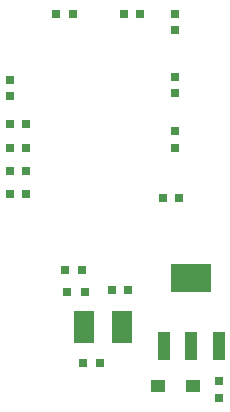
<source format=gbp>
G04*
G04 #@! TF.GenerationSoftware,Altium Limited,Altium Designer,18.1.9 (240)*
G04*
G04 Layer_Color=128*
%FSLAX25Y25*%
%MOIN*%
G70*
G01*
G75*
%ADD20R,0.03000X0.03000*%
%ADD21R,0.03000X0.03000*%
%ADD58R,0.04921X0.03937*%
%ADD59R,0.13386X0.09449*%
%ADD60R,0.03937X0.09449*%
%ADD61R,0.07087X0.11000*%
D20*
X402500Y255000D02*
D03*
X408000D02*
D03*
X387000Y261500D02*
D03*
X392500D02*
D03*
X393000Y230500D02*
D03*
X398500D02*
D03*
X393400Y254300D02*
D03*
X387400D02*
D03*
X425000Y285500D02*
D03*
X419500D02*
D03*
X374000Y287000D02*
D03*
X368500D02*
D03*
Y294693D02*
D03*
X374000D02*
D03*
X368500Y302386D02*
D03*
X374000D02*
D03*
X368500Y310079D02*
D03*
X374000D02*
D03*
X406500Y347000D02*
D03*
X412000D02*
D03*
X384000D02*
D03*
X389500D02*
D03*
D21*
X423500Y307886D02*
D03*
Y302386D02*
D03*
Y326000D02*
D03*
Y320500D02*
D03*
X438055Y219000D02*
D03*
Y224500D02*
D03*
X423500Y341500D02*
D03*
Y347000D02*
D03*
X368500Y325000D02*
D03*
Y319500D02*
D03*
D58*
X429500Y223000D02*
D03*
X417886D02*
D03*
D59*
X429000Y259000D02*
D03*
D60*
X419945Y236165D02*
D03*
X429000D02*
D03*
X438055D02*
D03*
D61*
X393050Y242500D02*
D03*
X405950D02*
D03*
M02*

</source>
